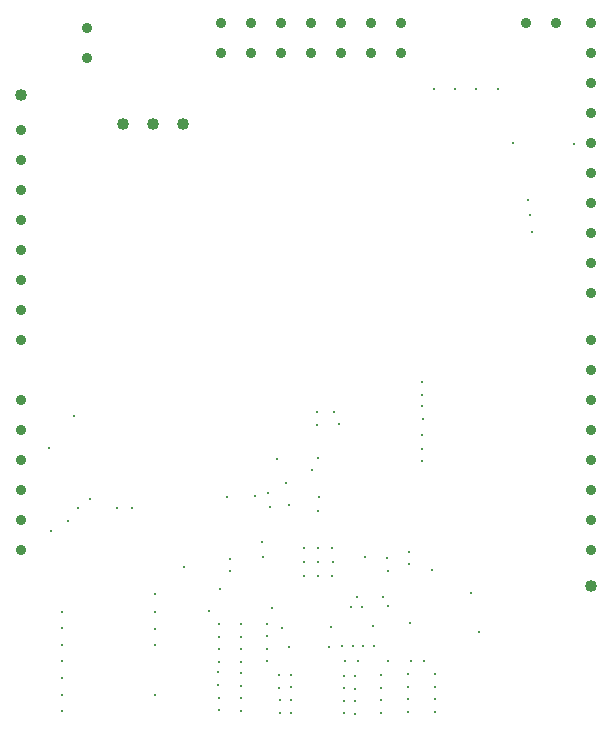
<source format=gbr>
%FSTAX23Y23*%
%MOMM*%
%SFA1B1*%

%IPPOS*%
%ADD123C,0.899998*%
%ADD124C,1.015998*%
%ADD125C,1.019998*%
%ADD126C,0.899998*%
%ADD127C,0.299999*%
G54D123*
X44259Y58999D03*
X46799D03*
X18499Y56399D03*
Y58939D03*
X21039Y56399D03*
Y58939D03*
X23579Y56399D03*
Y58939D03*
X26119Y56399D03*
Y58939D03*
X28659Y56399D03*
Y58939D03*
X31199Y56399D03*
Y58939D03*
X33739Y56399D03*
Y58939D03*
G54D124*
X49759Y11324D03*
X01499Y52849D03*
G54D125*
X10149Y50449D03*
X12689D03*
X15229D03*
G54D126*
X07099Y55984D03*
Y58524D03*
X49759Y14299D03*
Y16839D03*
Y19379D03*
Y21919D03*
Y24459D03*
Y26999D03*
Y29539D03*
Y32079D03*
X01499Y26999D03*
Y24459D03*
Y21919D03*
Y19379D03*
Y16839D03*
Y14299D03*
X49759Y41219D03*
Y58999D03*
Y56459D03*
Y53919D03*
Y51379D03*
Y48839D03*
Y46299D03*
Y43759D03*
Y38679D03*
Y36139D03*
X01499Y49859D03*
Y47319D03*
Y44779D03*
Y42239D03*
Y39699D03*
Y37159D03*
Y34619D03*
Y32079D03*
G54D127*
X05999Y25649D03*
X03899Y22999D03*
X23999Y19999D03*
X35499Y21899D03*
Y22899D03*
X35599Y254D03*
X35499Y24099D03*
X36474Y53399D03*
X35499Y26499D03*
Y27499D03*
Y28599D03*
X41899Y53399D03*
X40091D03*
X38283D03*
X26599Y25999D03*
Y24899D03*
X10899Y17899D03*
X44599Y42699D03*
X44799Y41299D03*
X28499Y24999D03*
X27999Y25999D03*
X07399Y18699D03*
X06399Y17899D03*
X05499Y16799D03*
X04999Y09099D03*
Y07699D03*
X44499Y43999D03*
X04999Y06324D03*
X26699Y22099D03*
X09699Y17899D03*
X04999Y03499D03*
X48399Y48699D03*
X43199Y48799D03*
X29999Y10399D03*
X29499Y09499D03*
X32599Y09599D03*
X32512Y13699D03*
X21374Y18874D03*
X24249Y18174D03*
X26199Y21074D03*
X32624Y04949D03*
X3142Y06249D03*
X34474Y08149D03*
X26724Y17599D03*
X23174Y22074D03*
X15374Y12924D03*
X32574Y12549D03*
X30399Y09499D03*
X34374Y13149D03*
X25474Y13299D03*
X26674Y14499D03*
X27874D03*
X26674Y13299D03*
X25474Y14499D03*
X27974Y13299D03*
X27874Y12099D03*
X36324Y12649D03*
X22424Y19149D03*
X22624Y17999D03*
X39624Y10699D03*
X32174Y10374D03*
X27799Y07824D03*
X18374Y11049D03*
X19249Y12599D03*
Y13599D03*
X18999Y18824D03*
X21924Y15049D03*
X21999Y13724D03*
X22774Y09449D03*
X23674Y07774D03*
X25474Y12099D03*
X26674D03*
X28699Y06224D03*
X30499D03*
X29624D03*
X31349Y07874D03*
X26799Y18849D03*
X40349Y07374D03*
X24249Y06124D03*
X27599D03*
X34374Y14199D03*
X30699Y13749D03*
X31999Y01616D03*
Y00549D03*
Y02683D03*
X28874Y01566D03*
Y00499D03*
X28849Y02633D03*
Y03699D03*
X29849Y01541D03*
Y00474D03*
X29824Y02608D03*
Y03674D03*
X34274Y01691D03*
X36549Y00624D03*
X34581Y04949D03*
X35699D03*
X24399Y01641D03*
Y00574D03*
X24374Y02708D03*
Y03774D03*
X23424Y01616D03*
Y00549D03*
X23399Y02683D03*
Y03749D03*
X20149Y01791D03*
Y00724D03*
X20124Y02858D03*
Y03924D03*
X18274Y01841D03*
Y00774D03*
X18249Y02908D03*
Y03974D03*
X18324Y05941D03*
Y04874D03*
X18299Y07008D03*
Y08074D03*
X20174Y05916D03*
Y04849D03*
X20149Y06983D03*
Y08049D03*
X22399Y05966D03*
Y04899D03*
X22374Y07033D03*
Y08099D03*
X30109Y04949D03*
X28991D03*
X36549Y02758D03*
X34274D03*
Y03824D03*
X36549D03*
X34274Y00624D03*
X36549Y01691D03*
X31999Y03749D03*
X04999Y02074D03*
X05024Y00699D03*
X04999Y04949D03*
X12899Y09099D03*
X12874Y07674D03*
Y06274D03*
Y10574D03*
Y02074D03*
X04099Y15949D03*
X17424Y09174D03*
M02*
</source>
